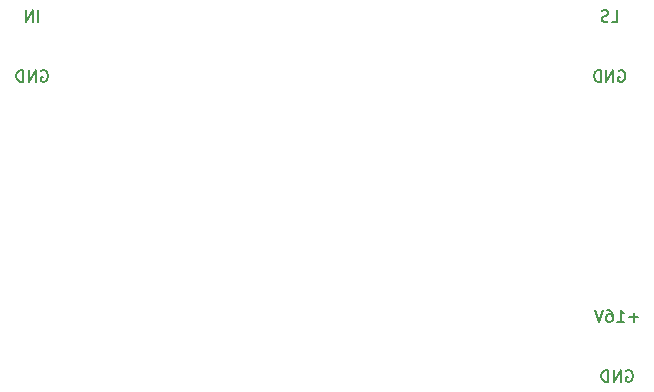
<source format=gbr>
G04 #@! TF.GenerationSoftware,KiCad,Pcbnew,(5.0.0)*
G04 #@! TF.CreationDate,2018-07-25T01:58:25+02:00*
G04 #@! TF.ProjectId,tda2030MonoAmplifier,746461323033304D6F6E6F416D706C69,rev?*
G04 #@! TF.SameCoordinates,Original*
G04 #@! TF.FileFunction,Legend,Bot*
G04 #@! TF.FilePolarity,Positive*
%FSLAX46Y46*%
G04 Gerber Fmt 4.6, Leading zero omitted, Abs format (unit mm)*
G04 Created by KiCad (PCBNEW (5.0.0)) date 07/25/18 01:58:25*
%MOMM*%
%LPD*%
G01*
G04 APERTURE LIST*
%ADD10C,0.150000*%
G04 APERTURE END LIST*
D10*
X109108809Y-103957380D02*
X109108809Y-102957380D01*
X108632619Y-103957380D02*
X108632619Y-102957380D01*
X108061190Y-103957380D01*
X108061190Y-102957380D01*
X109346904Y-108085000D02*
X109442142Y-108037380D01*
X109585000Y-108037380D01*
X109727857Y-108085000D01*
X109823095Y-108180238D01*
X109870714Y-108275476D01*
X109918333Y-108465952D01*
X109918333Y-108608809D01*
X109870714Y-108799285D01*
X109823095Y-108894523D01*
X109727857Y-108989761D01*
X109585000Y-109037380D01*
X109489761Y-109037380D01*
X109346904Y-108989761D01*
X109299285Y-108942142D01*
X109299285Y-108608809D01*
X109489761Y-108608809D01*
X108870714Y-109037380D02*
X108870714Y-108037380D01*
X108299285Y-109037380D01*
X108299285Y-108037380D01*
X107823095Y-109037380D02*
X107823095Y-108037380D01*
X107585000Y-108037380D01*
X107442142Y-108085000D01*
X107346904Y-108180238D01*
X107299285Y-108275476D01*
X107251666Y-108465952D01*
X107251666Y-108608809D01*
X107299285Y-108799285D01*
X107346904Y-108894523D01*
X107442142Y-108989761D01*
X107585000Y-109037380D01*
X107823095Y-109037380D01*
X159876904Y-128976428D02*
X159115000Y-128976428D01*
X159495952Y-129357380D02*
X159495952Y-128595476D01*
X158115000Y-129357380D02*
X158686428Y-129357380D01*
X158400714Y-129357380D02*
X158400714Y-128357380D01*
X158495952Y-128500238D01*
X158591190Y-128595476D01*
X158686428Y-128643095D01*
X157257857Y-128357380D02*
X157448333Y-128357380D01*
X157543571Y-128405000D01*
X157591190Y-128452619D01*
X157686428Y-128595476D01*
X157734047Y-128785952D01*
X157734047Y-129166904D01*
X157686428Y-129262142D01*
X157638809Y-129309761D01*
X157543571Y-129357380D01*
X157353095Y-129357380D01*
X157257857Y-129309761D01*
X157210238Y-129262142D01*
X157162619Y-129166904D01*
X157162619Y-128928809D01*
X157210238Y-128833571D01*
X157257857Y-128785952D01*
X157353095Y-128738333D01*
X157543571Y-128738333D01*
X157638809Y-128785952D01*
X157686428Y-128833571D01*
X157734047Y-128928809D01*
X156876904Y-128357380D02*
X156543571Y-129357380D01*
X156210238Y-128357380D01*
X158876904Y-133485000D02*
X158972142Y-133437380D01*
X159115000Y-133437380D01*
X159257857Y-133485000D01*
X159353095Y-133580238D01*
X159400714Y-133675476D01*
X159448333Y-133865952D01*
X159448333Y-134008809D01*
X159400714Y-134199285D01*
X159353095Y-134294523D01*
X159257857Y-134389761D01*
X159115000Y-134437380D01*
X159019761Y-134437380D01*
X158876904Y-134389761D01*
X158829285Y-134342142D01*
X158829285Y-134008809D01*
X159019761Y-134008809D01*
X158400714Y-134437380D02*
X158400714Y-133437380D01*
X157829285Y-134437380D01*
X157829285Y-133437380D01*
X157353095Y-134437380D02*
X157353095Y-133437380D01*
X157115000Y-133437380D01*
X156972142Y-133485000D01*
X156876904Y-133580238D01*
X156829285Y-133675476D01*
X156781666Y-133865952D01*
X156781666Y-134008809D01*
X156829285Y-134199285D01*
X156876904Y-134294523D01*
X156972142Y-134389761D01*
X157115000Y-134437380D01*
X157353095Y-134437380D01*
X158241904Y-108085000D02*
X158337142Y-108037380D01*
X158480000Y-108037380D01*
X158622857Y-108085000D01*
X158718095Y-108180238D01*
X158765714Y-108275476D01*
X158813333Y-108465952D01*
X158813333Y-108608809D01*
X158765714Y-108799285D01*
X158718095Y-108894523D01*
X158622857Y-108989761D01*
X158480000Y-109037380D01*
X158384761Y-109037380D01*
X158241904Y-108989761D01*
X158194285Y-108942142D01*
X158194285Y-108608809D01*
X158384761Y-108608809D01*
X157765714Y-109037380D02*
X157765714Y-108037380D01*
X157194285Y-109037380D01*
X157194285Y-108037380D01*
X156718095Y-109037380D02*
X156718095Y-108037380D01*
X156480000Y-108037380D01*
X156337142Y-108085000D01*
X156241904Y-108180238D01*
X156194285Y-108275476D01*
X156146666Y-108465952D01*
X156146666Y-108608809D01*
X156194285Y-108799285D01*
X156241904Y-108894523D01*
X156337142Y-108989761D01*
X156480000Y-109037380D01*
X156718095Y-109037380D01*
X157646666Y-103957380D02*
X158122857Y-103957380D01*
X158122857Y-102957380D01*
X157360952Y-103909761D02*
X157218095Y-103957380D01*
X156980000Y-103957380D01*
X156884761Y-103909761D01*
X156837142Y-103862142D01*
X156789523Y-103766904D01*
X156789523Y-103671666D01*
X156837142Y-103576428D01*
X156884761Y-103528809D01*
X156980000Y-103481190D01*
X157170476Y-103433571D01*
X157265714Y-103385952D01*
X157313333Y-103338333D01*
X157360952Y-103243095D01*
X157360952Y-103147857D01*
X157313333Y-103052619D01*
X157265714Y-103005000D01*
X157170476Y-102957380D01*
X156932380Y-102957380D01*
X156789523Y-103005000D01*
M02*

</source>
